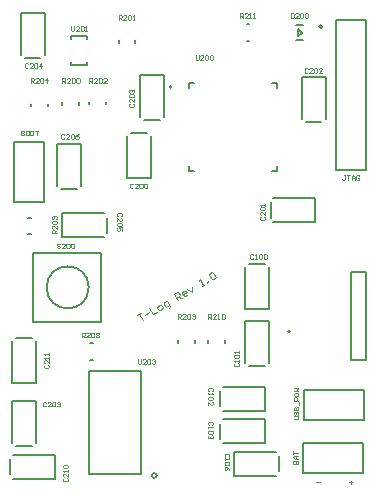
<source format=gto>
G04 Layer_Color=65535*
%FSLAX43Y43*%
%MOMM*%
G71*
G01*
G75*
%ADD42C,0.200*%
%ADD43C,0.127*%
%ADD44C,0.152*%
%ADD45C,0.090*%
D42*
X27050Y39000D02*
G03*
X27050Y39000I-150J0D01*
G01*
X24313Y13200D02*
G03*
X24313Y13200I-100J0D01*
G01*
X25410Y3770D02*
X30490D01*
X25410Y1230D02*
Y3770D01*
Y1230D02*
X30490D01*
Y3770D01*
X969Y24190D02*
Y29270D01*
Y24190D02*
X3509D01*
Y29270D01*
X969D02*
X3509D01*
X20850Y18900D02*
X22150D01*
X22516Y15095D02*
Y18651D01*
X20484Y15095D02*
X22516D01*
X20484D02*
Y18651D01*
X20850Y10257D02*
X22150D01*
X20484Y10506D02*
Y14062D01*
X22516D01*
Y10506D02*
Y14062D01*
X18352Y6850D02*
Y8150D01*
X18601Y8516D02*
X22157D01*
Y6484D02*
Y8516D01*
X18601Y6484D02*
X22157D01*
X18352Y4100D02*
Y5400D01*
X18601Y5766D02*
X22157D01*
Y3734D02*
Y5766D01*
X18601Y3734D02*
X22157D01*
X23400Y1350D02*
Y2650D01*
X19595Y984D02*
X23151D01*
X19595D02*
Y3016D01*
X23151D01*
X10850Y30002D02*
X12150D01*
X12516Y26197D02*
Y29753D01*
X10484Y26197D02*
X12516D01*
X10484D02*
Y29753D01*
X22648Y22850D02*
Y24150D01*
X22897Y24516D02*
X26453D01*
Y22484D02*
Y24516D01*
X22897Y22484D02*
X26453D01*
X25644Y30900D02*
X26944D01*
X25278Y31149D02*
Y34705D01*
X27310D01*
Y31149D02*
Y34705D01*
X11949Y31100D02*
X13249D01*
X11583Y31349D02*
Y34905D01*
X13615D01*
Y31349D02*
Y34905D01*
X1850Y36350D02*
X3150D01*
X1484Y36599D02*
Y40155D01*
X3516D01*
Y36599D02*
Y40155D01*
X8824Y21526D02*
Y22826D01*
X5019Y21160D02*
X8575D01*
X5019D02*
Y23192D01*
X8575D01*
X4931Y25252D02*
X6231D01*
X4565Y25501D02*
Y29057D01*
X6597D01*
Y25501D02*
Y29057D01*
X600Y1100D02*
Y2400D01*
X849Y2766D02*
X4405D01*
Y734D02*
Y2766D01*
X849Y734D02*
X4405D01*
X1121Y3500D02*
X2421D01*
X755Y3749D02*
Y7305D01*
X2787D01*
Y3749D02*
Y7305D01*
X1121Y12679D02*
X2421D01*
X2787Y8874D02*
Y12430D01*
X755Y8874D02*
X2787D01*
X755D02*
Y12430D01*
X25000Y38800D02*
X25300Y38500D01*
X25000Y38200D02*
X25300Y38500D01*
X25000Y38200D02*
Y38800D01*
X28180Y26860D02*
X30720D01*
X28180D02*
Y39560D01*
X30720Y26860D02*
Y39560D01*
X28180D02*
X30720D01*
X7119Y37984D02*
Y38184D01*
Y35784D02*
Y35984D01*
X5719Y38184D02*
X7119D01*
X5719Y35784D02*
X7119D01*
X5719D02*
Y35984D01*
Y37984D02*
Y38184D01*
X25481Y5730D02*
X30561D01*
Y8270D01*
X25481D02*
X30561D01*
X25481Y5730D02*
Y8270D01*
D43*
X7250Y16935D02*
G03*
X7250Y16935I-1778J0D01*
G01*
X13000Y1000D02*
G03*
X13000Y1000I-200J0D01*
G01*
X24800Y37850D02*
X25400D01*
X24800Y39150D02*
X25400D01*
X29450Y10750D02*
Y18250D01*
X30750D01*
Y10750D02*
Y18250D01*
X29450Y10750D02*
X30750D01*
X2572Y14035D02*
X8272D01*
X2572D02*
Y19835D01*
X8272D01*
Y14035D02*
Y19835D01*
X7300Y1170D02*
X11700D01*
Y9830D01*
X7300D02*
X11700D01*
X7300Y1170D02*
Y9830D01*
D44*
X14276Y33900D02*
G03*
X14276Y33900I-76J0D01*
G01*
X5008Y32398D02*
Y32602D01*
X6430Y32398D02*
Y32602D01*
X11204Y37648D02*
Y37852D01*
X9782Y37648D02*
Y37852D01*
X7297Y32460D02*
Y32663D01*
X8720Y32460D02*
Y32663D01*
X2137Y21424D02*
X2340D01*
X2137Y22846D02*
X2340D01*
X3805Y32298D02*
Y32502D01*
X2382Y32298D02*
Y32502D01*
X7398Y10793D02*
X7602D01*
X7398Y12216D02*
X7602D01*
X14789Y12246D02*
Y12449D01*
X16211Y12246D02*
Y12449D01*
X17375Y12246D02*
Y12449D01*
X18797Y12246D02*
Y12449D01*
X20648Y37789D02*
X20852D01*
X20648Y39211D02*
X20852D01*
X23221Y33800D02*
Y34221D01*
X22800Y26779D02*
X23221D01*
X15779D02*
Y27200D01*
Y33800D02*
Y34221D01*
X22800D02*
X23221D01*
Y26779D02*
Y27200D01*
X15779Y26779D02*
X16200D01*
X15779Y34221D02*
X16200D01*
D45*
X5759Y39050D02*
Y38717D01*
X5825Y38650D01*
X5959D01*
X6025Y38717D01*
Y39050D01*
X6425Y38650D02*
X6159D01*
X6425Y38917D01*
Y38983D01*
X6359Y39050D01*
X6225D01*
X6159Y38983D01*
X6559D02*
X6625Y39050D01*
X6758D01*
X6825Y38983D01*
Y38717D01*
X6758Y38650D01*
X6625D01*
X6559Y38717D01*
Y38983D01*
X6958Y38650D02*
X7092D01*
X7025D01*
Y39050D01*
X6958Y38983D01*
X19091Y2593D02*
X19157Y2660D01*
Y2793D01*
X19091Y2860D01*
X18824D01*
X18757Y2793D01*
Y2660D01*
X18824Y2593D01*
X18757Y2460D02*
Y2327D01*
Y2393D01*
X19157D01*
X19091Y2460D01*
Y2127D02*
X19157Y2060D01*
Y1927D01*
X19091Y1860D01*
X18824D01*
X18757Y1927D01*
Y2060D01*
X18824Y2127D01*
X19091D01*
X19157Y1460D02*
X19091Y1594D01*
X18957Y1727D01*
X18824D01*
X18757Y1660D01*
Y1527D01*
X18824Y1460D01*
X18891D01*
X18957Y1527D01*
Y1727D01*
X11417Y10860D02*
Y10527D01*
X11484Y10461D01*
X11617D01*
X11684Y10527D01*
Y10860D01*
X12083Y10461D02*
X11817D01*
X12083Y10727D01*
Y10794D01*
X12017Y10860D01*
X11883D01*
X11817Y10794D01*
X12217D02*
X12283Y10860D01*
X12417D01*
X12483Y10794D01*
Y10527D01*
X12417Y10461D01*
X12283D01*
X12217Y10527D01*
Y10794D01*
X12617D02*
X12683Y10860D01*
X12816D01*
X12883Y10794D01*
Y10727D01*
X12816Y10660D01*
X12750D01*
X12816D01*
X12883Y10594D01*
Y10527D01*
X12816Y10461D01*
X12683D01*
X12617Y10527D01*
X21199Y19656D02*
X21132Y19722D01*
X20999D01*
X20932Y19656D01*
Y19389D01*
X20999Y19322D01*
X21132D01*
X21199Y19389D01*
X21332Y19322D02*
X21465D01*
X21399D01*
Y19722D01*
X21332Y19656D01*
X21665D02*
X21732Y19722D01*
X21865D01*
X21932Y19656D01*
Y19389D01*
X21865Y19322D01*
X21732D01*
X21665Y19389D01*
Y19656D01*
X22065D02*
X22132Y19722D01*
X22265D01*
X22332Y19656D01*
Y19389D01*
X22265Y19322D01*
X22132D01*
X22065Y19389D01*
Y19656D01*
X19648Y10508D02*
X19582Y10442D01*
Y10308D01*
X19648Y10242D01*
X19915D01*
X19981Y10308D01*
Y10442D01*
X19915Y10508D01*
X19981Y10642D02*
Y10775D01*
Y10708D01*
X19582D01*
X19648Y10642D01*
Y10975D02*
X19582Y11042D01*
Y11175D01*
X19648Y11242D01*
X19915D01*
X19981Y11175D01*
Y11042D01*
X19915Y10975D01*
X19648D01*
X19981Y11375D02*
Y11508D01*
Y11441D01*
X19582D01*
X19648Y11375D01*
X17685Y8133D02*
X17752Y8200D01*
Y8333D01*
X17685Y8400D01*
X17418D01*
X17352Y8333D01*
Y8200D01*
X17418Y8133D01*
X17352Y8000D02*
Y7867D01*
Y7933D01*
X17752D01*
X17685Y8000D01*
Y7667D02*
X17752Y7600D01*
Y7467D01*
X17685Y7400D01*
X17418D01*
X17352Y7467D01*
Y7600D01*
X17418Y7667D01*
X17685D01*
X17352Y7000D02*
Y7267D01*
X17618Y7000D01*
X17685D01*
X17752Y7067D01*
Y7200D01*
X17685Y7267D01*
Y5283D02*
X17752Y5350D01*
Y5483D01*
X17685Y5550D01*
X17418D01*
X17352Y5483D01*
Y5350D01*
X17418Y5283D01*
X17352Y5150D02*
Y5017D01*
Y5083D01*
X17752D01*
X17685Y5150D01*
Y4817D02*
X17752Y4750D01*
Y4617D01*
X17685Y4550D01*
X17418D01*
X17352Y4617D01*
Y4750D01*
X17418Y4817D01*
X17685D01*
Y4417D02*
X17752Y4350D01*
Y4217D01*
X17685Y4150D01*
X17618D01*
X17552Y4217D01*
Y4284D01*
Y4217D01*
X17485Y4150D01*
X17418D01*
X17352Y4217D01*
Y4350D01*
X17418Y4417D01*
X11017Y25661D02*
X10950Y25728D01*
X10817D01*
X10750Y25661D01*
Y25394D01*
X10817Y25328D01*
X10950D01*
X11017Y25394D01*
X11416Y25328D02*
X11150D01*
X11416Y25594D01*
Y25661D01*
X11350Y25728D01*
X11217D01*
X11150Y25661D01*
X11550D02*
X11616Y25728D01*
X11750D01*
X11816Y25661D01*
Y25394D01*
X11750Y25328D01*
X11616D01*
X11550Y25394D01*
Y25661D01*
X11950D02*
X12016Y25728D01*
X12150D01*
X12216Y25661D01*
Y25394D01*
X12150Y25328D01*
X12016D01*
X11950Y25394D01*
Y25661D01*
X21827Y22934D02*
X21760Y22867D01*
Y22734D01*
X21827Y22667D01*
X22093D01*
X22160Y22734D01*
Y22867D01*
X22093Y22934D01*
X22160Y23334D02*
Y23067D01*
X21893Y23334D01*
X21827D01*
X21760Y23267D01*
Y23134D01*
X21827Y23067D01*
Y23467D02*
X21760Y23534D01*
Y23667D01*
X21827Y23733D01*
X22093D01*
X22160Y23667D01*
Y23534D01*
X22093Y23467D01*
X21827D01*
X22160Y23867D02*
Y24000D01*
Y23933D01*
X21760D01*
X21827Y23867D01*
X25802Y35457D02*
X25735Y35524D01*
X25602D01*
X25535Y35457D01*
Y35191D01*
X25602Y35124D01*
X25735D01*
X25802Y35191D01*
X26201Y35124D02*
X25935D01*
X26201Y35391D01*
Y35457D01*
X26135Y35524D01*
X26002D01*
X25935Y35457D01*
X26335D02*
X26401Y35524D01*
X26535D01*
X26601Y35457D01*
Y35191D01*
X26535Y35124D01*
X26401D01*
X26335Y35191D01*
Y35457D01*
X27001Y35124D02*
X26735D01*
X27001Y35391D01*
Y35457D01*
X26935Y35524D01*
X26801D01*
X26735Y35457D01*
X10766Y32487D02*
X10699Y32420D01*
Y32287D01*
X10766Y32220D01*
X11032D01*
X11099Y32287D01*
Y32420D01*
X11032Y32487D01*
X11099Y32887D02*
Y32620D01*
X10832Y32887D01*
X10766D01*
X10699Y32820D01*
Y32687D01*
X10766Y32620D01*
Y33020D02*
X10699Y33087D01*
Y33220D01*
X10766Y33287D01*
X11032D01*
X11099Y33220D01*
Y33087D01*
X11032Y33020D01*
X10766D01*
Y33420D02*
X10699Y33487D01*
Y33620D01*
X10766Y33687D01*
X10832D01*
X10899Y33620D01*
Y33553D01*
Y33620D01*
X10965Y33687D01*
X11032D01*
X11099Y33620D01*
Y33487D01*
X11032Y33420D01*
X2117Y35833D02*
X2050Y35900D01*
X1917D01*
X1850Y35833D01*
Y35567D01*
X1917Y35500D01*
X2050D01*
X2117Y35567D01*
X2516Y35500D02*
X2250D01*
X2516Y35767D01*
Y35833D01*
X2450Y35900D01*
X2317D01*
X2250Y35833D01*
X2650D02*
X2716Y35900D01*
X2850D01*
X2916Y35833D01*
Y35567D01*
X2850Y35500D01*
X2716D01*
X2650Y35567D01*
Y35833D01*
X3250Y35500D02*
Y35900D01*
X3050Y35700D01*
X3316D01*
X9977Y22941D02*
X10043Y23008D01*
Y23141D01*
X9977Y23208D01*
X9710D01*
X9643Y23141D01*
Y23008D01*
X9710Y22941D01*
X9643Y22541D02*
Y22808D01*
X9910Y22541D01*
X9977D01*
X10043Y22608D01*
Y22741D01*
X9977Y22808D01*
Y22408D02*
X10043Y22341D01*
Y22208D01*
X9977Y22141D01*
X9710D01*
X9643Y22208D01*
Y22341D01*
X9710Y22408D01*
X9977D01*
X10043Y21742D02*
Y22008D01*
X9843D01*
X9910Y21875D01*
Y21808D01*
X9843Y21742D01*
X9710D01*
X9643Y21808D01*
Y21941D01*
X9710Y22008D01*
X5198Y29850D02*
X5131Y29916D01*
X4998D01*
X4931Y29850D01*
Y29583D01*
X4998Y29517D01*
X5131D01*
X5198Y29583D01*
X5597Y29517D02*
X5331D01*
X5597Y29783D01*
Y29850D01*
X5531Y29916D01*
X5397D01*
X5331Y29850D01*
X5731D02*
X5797Y29916D01*
X5931D01*
X5997Y29850D01*
Y29583D01*
X5931Y29517D01*
X5797D01*
X5731Y29583D01*
Y29850D01*
X6397Y29916D02*
X6264Y29850D01*
X6131Y29717D01*
Y29583D01*
X6197Y29517D01*
X6330D01*
X6397Y29583D01*
Y29650D01*
X6330Y29717D01*
X6131D01*
X3635Y7183D02*
X3568Y7250D01*
X3435D01*
X3369Y7183D01*
Y6917D01*
X3435Y6850D01*
X3568D01*
X3635Y6917D01*
X4035Y6850D02*
X3768D01*
X4035Y7117D01*
Y7183D01*
X3968Y7250D01*
X3835D01*
X3768Y7183D01*
X4168D02*
X4235Y7250D01*
X4368D01*
X4435Y7183D01*
Y6917D01*
X4368Y6850D01*
X4235D01*
X4168Y6917D01*
Y7183D01*
X4568Y6917D02*
X4635Y6850D01*
X4768D01*
X4835Y6917D01*
Y7183D01*
X4768Y7250D01*
X4635D01*
X4568Y7183D01*
Y7117D01*
X4635Y7050D01*
X4835D01*
X24350Y40150D02*
Y39750D01*
X24550D01*
X24617Y39817D01*
Y40083D01*
X24550Y40150D01*
X24350D01*
X25016Y39750D02*
X24750D01*
X25016Y40017D01*
Y40083D01*
X24950Y40150D01*
X24817D01*
X24750Y40083D01*
X25150D02*
X25216Y40150D01*
X25350D01*
X25416Y40083D01*
Y39817D01*
X25350Y39750D01*
X25216D01*
X25150Y39817D01*
Y40083D01*
X25550D02*
X25616Y40150D01*
X25750D01*
X25816Y40083D01*
Y39817D01*
X25750Y39750D01*
X25616D01*
X25550Y39817D01*
Y40083D01*
X24614Y5750D02*
X24947D01*
X25013Y5817D01*
Y5950D01*
X24947Y6017D01*
X24614D01*
X24680Y6416D02*
X24614Y6350D01*
Y6217D01*
X24680Y6150D01*
X24747D01*
X24814Y6217D01*
Y6350D01*
X24880Y6416D01*
X24947D01*
X25013Y6350D01*
Y6217D01*
X24947Y6150D01*
X24614Y6550D02*
X25013D01*
Y6750D01*
X24947Y6816D01*
X24880D01*
X24814Y6750D01*
Y6550D01*
Y6750D01*
X24747Y6816D01*
X24680D01*
X24614Y6750D01*
Y6550D01*
X25080Y6950D02*
Y7216D01*
X25013Y7349D02*
X24614D01*
Y7549D01*
X24680Y7616D01*
X24814D01*
X24880Y7549D01*
Y7349D01*
X24614Y7949D02*
Y7816D01*
X24680Y7749D01*
X24947D01*
X25013Y7816D01*
Y7949D01*
X24947Y8016D01*
X24680D01*
X24614Y7949D01*
Y8149D02*
X25013D01*
X24880Y8283D01*
X25013Y8416D01*
X24614D01*
X24572Y2000D02*
X24972D01*
Y2200D01*
X24905Y2267D01*
X24839D01*
X24772Y2200D01*
Y2000D01*
Y2200D01*
X24705Y2267D01*
X24639D01*
X24572Y2200D01*
Y2000D01*
X24972Y2400D02*
X24705D01*
X24572Y2533D01*
X24705Y2666D01*
X24972D01*
X24772D01*
Y2400D01*
X24572Y2800D02*
Y3066D01*
Y2933D01*
X24972D01*
X1507Y30204D02*
Y29804D01*
X1706D01*
X1773Y29871D01*
Y29938D01*
X1706Y30004D01*
X1507D01*
X1706D01*
X1773Y30071D01*
Y30138D01*
X1706Y30204D01*
X1507D01*
X2106D02*
X1973D01*
X1906Y30138D01*
Y29871D01*
X1973Y29804D01*
X2106D01*
X2173Y29871D01*
Y30138D01*
X2106Y30204D01*
X2506D02*
X2373D01*
X2306Y30138D01*
Y29871D01*
X2373Y29804D01*
X2506D01*
X2573Y29871D01*
Y30138D01*
X2506Y30204D01*
X2706D02*
X2973D01*
X2839D01*
Y29804D01*
X5009Y34250D02*
Y34650D01*
X5209D01*
X5275Y34583D01*
Y34450D01*
X5209Y34383D01*
X5009D01*
X5142D02*
X5275Y34250D01*
X5675D02*
X5409D01*
X5675Y34517D01*
Y34583D01*
X5609Y34650D01*
X5475D01*
X5409Y34583D01*
X5809D02*
X5875Y34650D01*
X6008D01*
X6075Y34583D01*
Y34317D01*
X6008Y34250D01*
X5875D01*
X5809Y34317D01*
Y34583D01*
X6208D02*
X6275Y34650D01*
X6408D01*
X6475Y34583D01*
Y34317D01*
X6408Y34250D01*
X6275D01*
X6208Y34317D01*
Y34583D01*
X9782Y39600D02*
Y40000D01*
X9982D01*
X10048Y39933D01*
Y39800D01*
X9982Y39733D01*
X9782D01*
X9915D02*
X10048Y39600D01*
X10448D02*
X10181D01*
X10448Y39867D01*
Y39933D01*
X10381Y40000D01*
X10248D01*
X10181Y39933D01*
X10581D02*
X10648Y40000D01*
X10781D01*
X10848Y39933D01*
Y39667D01*
X10781Y39600D01*
X10648D01*
X10581Y39667D01*
Y39933D01*
X10981Y39600D02*
X11114D01*
X11048D01*
Y40000D01*
X10981Y39933D01*
X7297Y34250D02*
Y34650D01*
X7497D01*
X7564Y34583D01*
Y34450D01*
X7497Y34383D01*
X7297D01*
X7430D02*
X7564Y34250D01*
X7964D02*
X7697D01*
X7964Y34517D01*
Y34583D01*
X7897Y34650D01*
X7764D01*
X7697Y34583D01*
X8097D02*
X8164Y34650D01*
X8297D01*
X8363Y34583D01*
Y34317D01*
X8297Y34250D01*
X8164D01*
X8097Y34317D01*
Y34583D01*
X8763Y34250D02*
X8497D01*
X8763Y34517D01*
Y34583D01*
X8697Y34650D01*
X8563D01*
X8497Y34583D01*
X4552Y21500D02*
X4152D01*
Y21700D01*
X4219Y21767D01*
X4352D01*
X4419Y21700D01*
Y21500D01*
Y21633D02*
X4552Y21767D01*
Y22166D02*
Y21900D01*
X4286Y22166D01*
X4219D01*
X4152Y22100D01*
Y21967D01*
X4219Y21900D01*
Y22300D02*
X4152Y22366D01*
Y22500D01*
X4219Y22566D01*
X4485D01*
X4552Y22500D01*
Y22366D01*
X4485Y22300D01*
X4219D01*
Y22700D02*
X4152Y22766D01*
Y22900D01*
X4219Y22966D01*
X4286D01*
X4352Y22900D01*
Y22833D01*
Y22900D01*
X4419Y22966D01*
X4485D01*
X4552Y22900D01*
Y22766D01*
X4485Y22700D01*
X2340Y34252D02*
Y34651D01*
X2540D01*
X2607Y34585D01*
Y34452D01*
X2540Y34385D01*
X2340D01*
X2473D02*
X2607Y34252D01*
X3007D02*
X2740D01*
X3007Y34518D01*
Y34585D01*
X2940Y34651D01*
X2807D01*
X2740Y34585D01*
X3140D02*
X3207Y34651D01*
X3340D01*
X3406Y34585D01*
Y34318D01*
X3340Y34252D01*
X3207D01*
X3140Y34318D01*
Y34585D01*
X3740Y34252D02*
Y34651D01*
X3540Y34452D01*
X3806D01*
X6660Y12705D02*
Y13104D01*
X6860D01*
X6927Y13038D01*
Y12904D01*
X6860Y12838D01*
X6660D01*
X6794D02*
X6927Y12705D01*
X7327D02*
X7060D01*
X7327Y12971D01*
Y13038D01*
X7260Y13104D01*
X7127D01*
X7060Y13038D01*
X7460D02*
X7527Y13104D01*
X7660D01*
X7727Y13038D01*
Y12771D01*
X7660Y12705D01*
X7527D01*
X7460Y12771D01*
Y13038D01*
X7860D02*
X7927Y13104D01*
X8060D01*
X8127Y13038D01*
Y12971D01*
X8060Y12904D01*
X8127Y12838D01*
Y12771D01*
X8060Y12705D01*
X7927D01*
X7860Y12771D01*
Y12838D01*
X7927Y12904D01*
X7860Y12971D01*
Y13038D01*
X7927Y12904D02*
X8060D01*
X14789Y14298D02*
Y14698D01*
X14989D01*
X15055Y14631D01*
Y14498D01*
X14989Y14431D01*
X14789D01*
X14922D02*
X15055Y14298D01*
X15455D02*
X15189D01*
X15455Y14564D01*
Y14631D01*
X15389Y14698D01*
X15255D01*
X15189Y14631D01*
X15589D02*
X15655Y14698D01*
X15788D01*
X15855Y14631D01*
Y14364D01*
X15788Y14298D01*
X15655D01*
X15589Y14364D01*
Y14631D01*
X15988Y14364D02*
X16055Y14298D01*
X16188D01*
X16255Y14364D01*
Y14631D01*
X16188Y14698D01*
X16055D01*
X15988Y14631D01*
Y14564D01*
X16055Y14498D01*
X16255D01*
X17375Y14298D02*
Y14698D01*
X17575D01*
X17641Y14631D01*
Y14498D01*
X17575Y14431D01*
X17375D01*
X17508D02*
X17641Y14298D01*
X18041D02*
X17774D01*
X18041Y14564D01*
Y14631D01*
X17974Y14698D01*
X17841D01*
X17774Y14631D01*
X18174Y14298D02*
X18308D01*
X18241D01*
Y14698D01*
X18174Y14631D01*
X18508D02*
X18574Y14698D01*
X18707D01*
X18774Y14631D01*
Y14364D01*
X18707Y14298D01*
X18574D01*
X18508Y14364D01*
Y14631D01*
X20060Y39750D02*
Y40150D01*
X20260D01*
X20326Y40083D01*
Y39950D01*
X20260Y39883D01*
X20060D01*
X20193D02*
X20326Y39750D01*
X20726D02*
X20460D01*
X20726Y40017D01*
Y40083D01*
X20659Y40150D01*
X20526D01*
X20460Y40083D01*
X20859Y39750D02*
X20993D01*
X20926D01*
Y40150D01*
X20859Y40083D01*
X21193Y39750D02*
X21326D01*
X21259D01*
Y40150D01*
X21193Y40083D01*
X4838Y20583D02*
X4772Y20650D01*
X4638D01*
X4572Y20583D01*
Y20517D01*
X4638Y20450D01*
X4772D01*
X4838Y20383D01*
Y20317D01*
X4772Y20250D01*
X4638D01*
X4572Y20317D01*
X5238Y20250D02*
X4971D01*
X5238Y20517D01*
Y20583D01*
X5171Y20650D01*
X5038D01*
X4971Y20583D01*
X5371D02*
X5438Y20650D01*
X5571D01*
X5638Y20583D01*
Y20317D01*
X5571Y20250D01*
X5438D01*
X5371Y20317D01*
Y20583D01*
X5771D02*
X5838Y20650D01*
X5971D01*
X6038Y20583D01*
Y20317D01*
X5971Y20250D01*
X5838D01*
X5771Y20317D01*
Y20583D01*
X16299Y36582D02*
Y36248D01*
X16366Y36182D01*
X16499D01*
X16566Y36248D01*
Y36582D01*
X16966Y36182D02*
X16699D01*
X16966Y36448D01*
Y36515D01*
X16899Y36582D01*
X16766D01*
X16699Y36515D01*
X17099D02*
X17166Y36582D01*
X17299D01*
X17365Y36515D01*
Y36248D01*
X17299Y36182D01*
X17166D01*
X17099Y36248D01*
Y36515D01*
X17499D02*
X17565Y36582D01*
X17699D01*
X17765Y36515D01*
Y36248D01*
X17699Y36182D01*
X17565D01*
X17499Y36248D01*
Y36515D01*
X5167Y767D02*
X5100Y700D01*
Y567D01*
X5167Y500D01*
X5433D01*
X5500Y567D01*
Y700D01*
X5433Y767D01*
X5500Y1166D02*
Y900D01*
X5233Y1166D01*
X5167D01*
X5100Y1100D01*
Y967D01*
X5167Y900D01*
X5500Y1300D02*
Y1433D01*
Y1366D01*
X5100D01*
X5167Y1300D01*
Y1633D02*
X5100Y1700D01*
Y1833D01*
X5167Y1900D01*
X5433D01*
X5500Y1833D01*
Y1700D01*
X5433Y1633D01*
X5167D01*
X3538Y10358D02*
X3472Y10291D01*
Y10158D01*
X3538Y10091D01*
X3805D01*
X3872Y10158D01*
Y10291D01*
X3805Y10358D01*
X3872Y10758D02*
Y10491D01*
X3605Y10758D01*
X3538D01*
X3472Y10691D01*
Y10558D01*
X3538Y10491D01*
X3872Y10891D02*
Y11024D01*
Y10958D01*
X3472D01*
X3538Y10891D01*
X3872Y11224D02*
Y11358D01*
Y11291D01*
X3472D01*
X3538Y11224D01*
X28977Y26429D02*
X28843D01*
X28910D01*
Y26095D01*
X28843Y26029D01*
X28777D01*
X28710Y26095D01*
X29110Y26429D02*
X29376D01*
X29243D01*
Y26029D01*
X29510D02*
Y26295D01*
X29643Y26429D01*
X29776Y26295D01*
Y26029D01*
Y26229D01*
X29510D01*
X30176Y26362D02*
X30110Y26429D01*
X29976D01*
X29910Y26362D01*
Y26095D01*
X29976Y26029D01*
X30110D01*
X30176Y26095D01*
Y26229D01*
X30043D01*
X11360Y14582D02*
X11706Y14781D01*
X11533Y14682D01*
X11833Y14162D01*
X12029Y14622D02*
X12375Y14822D01*
X12398Y15181D02*
X12698Y14662D01*
X13045Y14862D01*
X13304Y15012D02*
X13478Y15112D01*
X13514Y15248D01*
X13414Y15421D01*
X13278Y15458D01*
X13104Y15358D01*
X13068Y15222D01*
X13168Y15048D01*
X13304Y15012D01*
X14010Y15189D02*
X14097Y15239D01*
X14134Y15375D01*
X13884Y15808D01*
X13624Y15658D01*
X13587Y15521D01*
X13687Y15348D01*
X13824Y15312D01*
X14084Y15462D01*
X14776Y15862D02*
X14476Y16381D01*
X14736Y16531D01*
X14873Y16494D01*
X14973Y16321D01*
X14936Y16185D01*
X14676Y16035D01*
X14849Y16135D02*
X15122Y16061D01*
X15555Y16311D02*
X15382Y16211D01*
X15246Y16248D01*
X15146Y16421D01*
X15182Y16558D01*
X15355Y16658D01*
X15492Y16621D01*
X15542Y16535D01*
X15196Y16335D01*
X15615Y16808D02*
X15988Y16561D01*
X15961Y17008D01*
X16854Y17061D02*
X17027Y17161D01*
X16941Y17111D01*
X16641Y17631D01*
X16604Y17494D01*
X17287Y17311D02*
X17237Y17398D01*
X17323Y17448D01*
X17373Y17361D01*
X17287Y17311D01*
X17470Y17994D02*
X17506Y18130D01*
X17680Y18230D01*
X17816Y18194D01*
X18016Y17847D01*
X17979Y17711D01*
X17806Y17611D01*
X17670Y17648D01*
X17470Y17994D01*
X26531Y450D02*
X26798D01*
X29291D02*
X29557D01*
X29424Y583D02*
Y317D01*
M02*

</source>
